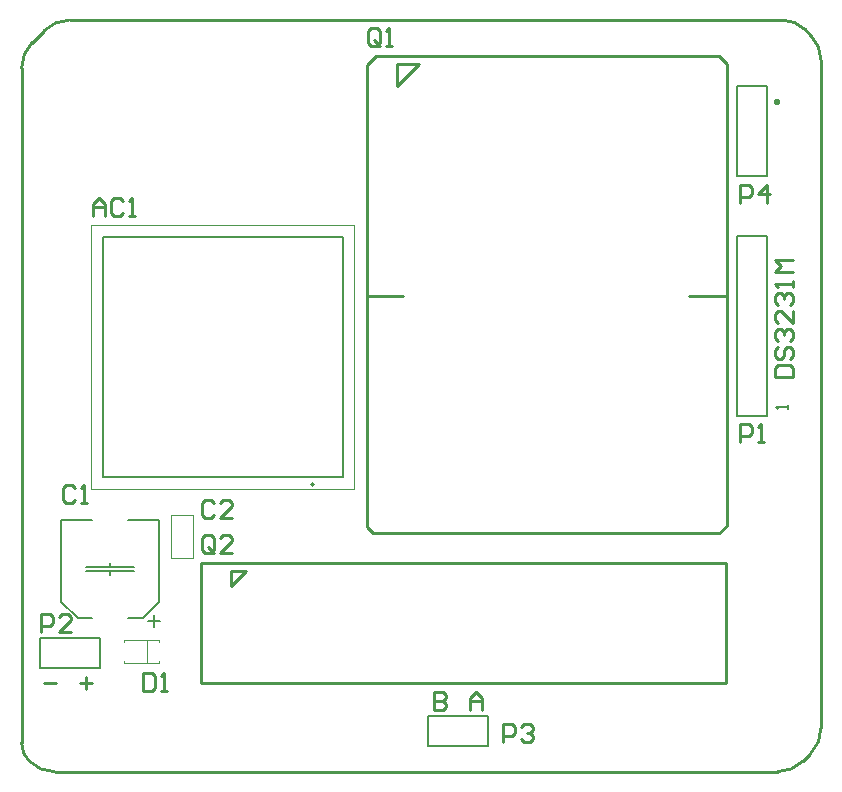
<source format=gto>
G04 Layer_Color=65535*
%FSLAX25Y25*%
%MOIN*%
G70*
G01*
G75*
%ADD14C,0.01000*%
%ADD15C,0.00787*%
%ADD16C,0.00394*%
%ADD25C,0.00600*%
D14*
X299500Y343500D02*
Y351000D01*
Y343500D02*
X307000Y351000D01*
X299500D02*
X307000D01*
X289500Y196500D02*
X291500Y194500D01*
X407000D01*
X409500Y197000D01*
Y351000D01*
X407000Y353500D02*
X409500Y351000D01*
X292500Y353500D02*
X407000D01*
X289500Y350500D02*
X292500Y353500D01*
X289500Y196500D02*
Y350500D01*
Y273500D02*
X301500D01*
X397000D02*
X409500D01*
X234146Y144500D02*
Y184500D01*
Y144500D02*
X409146D01*
Y184500D01*
X234146D02*
X409146D01*
X244146Y177000D02*
Y182000D01*
Y177000D02*
X249146Y182000D01*
X244146D02*
X249146D01*
X181000Y161500D02*
Y167498D01*
X183999D01*
X184999Y166498D01*
Y164499D01*
X183999Y163499D01*
X181000D01*
X190997Y161500D02*
X186998D01*
X190997Y165499D01*
Y166498D01*
X189997Y167498D01*
X187998D01*
X186998Y166498D01*
X426500Y338000D02*
X425500D01*
Y339000D01*
X426500D01*
Y338000D01*
X425502Y246500D02*
X431500D01*
Y249499D01*
X430500Y250499D01*
X426502D01*
X425502Y249499D01*
Y246500D01*
X426502Y256497D02*
X425502Y255497D01*
Y253498D01*
X426502Y252498D01*
X427501D01*
X428501Y253498D01*
Y255497D01*
X429501Y256497D01*
X430500D01*
X431500Y255497D01*
Y253498D01*
X430500Y252498D01*
X426502Y258496D02*
X425502Y259496D01*
Y261495D01*
X426502Y262495D01*
X427501D01*
X428501Y261495D01*
Y260495D01*
Y261495D01*
X429501Y262495D01*
X430500D01*
X431500Y261495D01*
Y259496D01*
X430500Y258496D01*
X431500Y268493D02*
Y264494D01*
X427501Y268493D01*
X426502D01*
X425502Y267493D01*
Y265494D01*
X426502Y264494D01*
Y270492D02*
X425502Y271492D01*
Y273491D01*
X426502Y274491D01*
X427501D01*
X428501Y273491D01*
Y272492D01*
Y273491D01*
X429501Y274491D01*
X430500D01*
X431500Y273491D01*
Y271492D01*
X430500Y270492D01*
X431500Y276490D02*
Y278490D01*
Y277490D01*
X425502D01*
X426502Y276490D01*
X431500Y281489D02*
X425502D01*
X427501Y283488D01*
X425502Y285487D01*
X431500D01*
X182000Y144499D02*
X185999D01*
X193996D02*
X197995D01*
X195995Y146498D02*
Y142500D01*
X215000Y147998D02*
Y142000D01*
X217999D01*
X218999Y143000D01*
Y146998D01*
X217999Y147998D01*
X215000D01*
X220998Y142000D02*
X222997D01*
X221998D01*
Y147998D01*
X220998Y146998D01*
X238499Y204498D02*
X237499Y205498D01*
X235500D01*
X234500Y204498D01*
Y200500D01*
X235500Y199500D01*
X237499D01*
X238499Y200500D01*
X244497Y199500D02*
X240498D01*
X244497Y203499D01*
Y204498D01*
X243497Y205498D01*
X241498D01*
X240498Y204498D01*
X312000Y141498D02*
Y135500D01*
X314999D01*
X315999Y136500D01*
Y137499D01*
X314999Y138499D01*
X312000D01*
X314999D01*
X315999Y139499D01*
Y140498D01*
X314999Y141498D01*
X312000D01*
X323996Y135500D02*
Y139499D01*
X325995Y141498D01*
X327995Y139499D01*
Y135500D01*
Y138499D01*
X323996D01*
X335000Y125000D02*
Y130998D01*
X337999D01*
X338999Y129998D01*
Y127999D01*
X337999Y126999D01*
X335000D01*
X340998Y129998D02*
X341998Y130998D01*
X343997D01*
X344997Y129998D01*
Y128999D01*
X343997Y127999D01*
X342997D01*
X343997D01*
X344997Y126999D01*
Y126000D01*
X343997Y125000D01*
X341998D01*
X340998Y126000D01*
X414000Y224953D02*
Y230951D01*
X416999D01*
X417999Y229951D01*
Y227952D01*
X416999Y226952D01*
X414000D01*
X419998Y224953D02*
X421997D01*
X420998D01*
Y230951D01*
X419998Y229951D01*
X414000Y304500D02*
Y310498D01*
X416999D01*
X417999Y309498D01*
Y307499D01*
X416999Y306499D01*
X414000D01*
X422997Y304500D02*
Y310498D01*
X419998Y307499D01*
X423997D01*
X293949Y357950D02*
Y361948D01*
X292949Y362948D01*
X290950D01*
X289950Y361948D01*
Y357950D01*
X290950Y356950D01*
X292949D01*
X291949Y358949D02*
X293949Y356950D01*
X292949D02*
X293949Y357950D01*
X295948Y356950D02*
X297947D01*
X296948D01*
Y362948D01*
X295948Y361948D01*
X198400Y300322D02*
Y304321D01*
X200399Y306321D01*
X202399Y304321D01*
Y300322D01*
Y303322D01*
X198400D01*
X208397Y305321D02*
X207397Y306321D01*
X205398D01*
X204398Y305321D01*
Y301322D01*
X205398Y300322D01*
X207397D01*
X208397Y301322D01*
X210396Y300322D02*
X212396D01*
X211396D01*
Y306321D01*
X210396Y305321D01*
X192299Y209598D02*
X191299Y210598D01*
X189300D01*
X188300Y209598D01*
Y205600D01*
X189300Y204600D01*
X191299D01*
X192299Y205600D01*
X194298Y204600D02*
X196297D01*
X195298D01*
Y210598D01*
X194298Y209598D01*
X238644Y189000D02*
Y192998D01*
X237645Y193998D01*
X235645D01*
X234646Y192998D01*
Y189000D01*
X235645Y188000D01*
X237645D01*
X236645Y189999D02*
X238644Y188000D01*
X237645D02*
X238644Y189000D01*
X244642Y188000D02*
X240644D01*
X244642Y191999D01*
Y192998D01*
X243643Y193998D01*
X241643D01*
X240644Y192998D01*
X190500Y365500D02*
G03*
X181965Y361965I0J-12071D01*
G01*
X178035Y358035D02*
G03*
X174500Y349500I8535J-8535D01*
G01*
Y124485D02*
G03*
X176964Y118535I8414J0D01*
G01*
D02*
G03*
X185500Y115000I8535J8535D01*
G01*
X426500D02*
G03*
X435036Y118535I0J12071D01*
G01*
X437465Y120965D02*
G03*
X441000Y129500I-8535J8535D01*
G01*
Y352000D02*
G03*
X437465Y360536I-12071J0D01*
G01*
X435500Y362500D02*
G03*
X428257Y365500I-7243J-7243D01*
G01*
X190500D02*
X346500D01*
X178035Y358035D02*
X181965Y361965D01*
X174500Y124485D02*
Y349500D01*
X185500Y115000D02*
X426500D01*
X435036Y118535D02*
X437465Y120965D01*
X441000Y129500D02*
Y352000D01*
X435500Y362500D02*
X437465Y360536D01*
X346500Y365500D02*
X428257D01*
D15*
X271894Y210742D02*
G03*
X271106Y210742I-394J0D01*
G01*
D02*
G03*
X271894Y210742I394J0D01*
G01*
X200500Y149409D02*
Y159409D01*
X180500Y149409D02*
X200500D01*
X180500D02*
Y159409D01*
X200500D01*
X330000Y123500D02*
Y133500D01*
X310000Y123500D02*
X330000D01*
X310000D02*
Y133500D01*
X330000D01*
X413000Y293453D02*
X423000D01*
X413000Y233453D02*
X423000D01*
X413000D02*
Y293453D01*
X423000Y233453D02*
Y293453D01*
X413000Y313547D02*
Y343547D01*
Y313547D02*
X423000D01*
Y343547D01*
X413000D02*
X423000D01*
X209906Y166161D02*
X214827D01*
X193173D02*
X198094D01*
X209906Y198839D02*
X220339D01*
X187661D02*
X198094D01*
X187661Y171673D02*
Y198839D01*
Y171673D02*
X193173Y166161D01*
X220339Y171673D02*
Y198839D01*
X214827Y166161D02*
X220339Y171673D01*
X430000Y236000D02*
Y237312D01*
Y236656D01*
X426064D01*
X426720Y236000D01*
X201500Y213222D02*
X281500D01*
Y293222D01*
X201500D02*
X281500D01*
X201500Y213222D02*
Y293222D01*
D16*
X208594Y158937D02*
X220406D01*
Y158150D02*
Y158937D01*
X208594Y158150D02*
Y158937D01*
Y151063D02*
Y151850D01*
Y151063D02*
X220406D01*
Y151850D01*
X216469Y151063D02*
Y158937D01*
X224457Y186350D02*
X231543D01*
Y200524D01*
X224457D02*
X231543D01*
X224457Y186350D02*
Y200524D01*
X201500Y213222D02*
X281500D01*
Y293222D01*
X201500D02*
X281500D01*
X201500Y213222D02*
Y293222D01*
X197563Y209285D02*
X285437D01*
Y297160D01*
X197563D02*
X285437D01*
X197563Y209285D02*
Y297160D01*
D25*
X218567Y165177D02*
Y167146D01*
X204000Y183287D02*
Y184468D01*
Y180532D02*
Y181713D01*
X196126D02*
X211874D01*
X196126Y183287D02*
X211874D01*
X216598Y165177D02*
X220535D01*
X218567Y163209D02*
Y165177D01*
M02*

</source>
